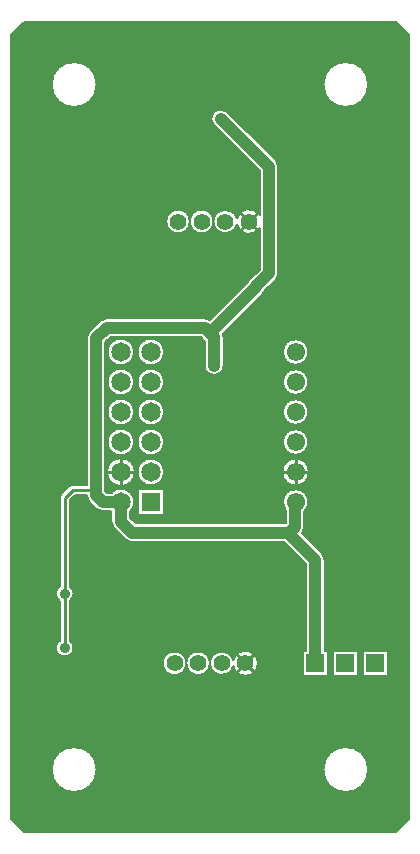
<source format=gbr>
G04 DesignSpark PCB PRO Gerber Version 10.0 Build 5299*
G04 #@! TF.Part,Single*
G04 #@! TF.FileFunction,Copper,L2,Bot*
G04 #@! TF.FilePolarity,Positive*
%FSLAX35Y35*%
%MOIN*%
G04 #@! TA.AperFunction,ComponentPad*
%ADD114R,0.06000X0.06000*%
%ADD21R,0.06496X0.06496*%
G04 #@! TD.AperFunction*
%ADD18C,0.00787*%
%ADD75C,0.00984*%
%ADD19C,0.01000*%
G04 #@! TA.AperFunction,ViaPad*
%ADD70C,0.03543*%
G04 #@! TD.AperFunction*
%ADD76C,0.03937*%
G04 #@! TA.AperFunction,ComponentPad*
%ADD110C,0.05512*%
%ADD20C,0.06102*%
%ADD22C,0.06496*%
G04 #@! TD.AperFunction*
X0Y0D02*
D02*
D18*
X6974Y268984D02*
Y7394D01*
X11331Y3037D01*
X135126D01*
X139482Y7394D01*
Y268984D01*
X135126Y273341D01*
X11331D01*
X6974Y268984D01*
X20472Y24016D02*
G75*
G02*
X35433I7480J0D01*
G01*
G75*
G02*
X20472I-7480J0D01*
G01*
Y252362D02*
G75*
G02*
X35433I7480J0D01*
G01*
G75*
G02*
X20472I-7480J0D01*
G01*
X111417Y63630D02*
X112449D01*
Y55268D01*
X104087D01*
Y63630D01*
X105118D01*
Y92593D01*
X97908Y99803D01*
X47244D01*
G75*
G02*
X45014Y100728I0J3150D01*
G01*
X41319Y104424D01*
G75*
G02*
X40394Y106654I2224J2230D01*
G01*
Y110039D01*
X37603D01*
G75*
G02*
X35371Y110962I-4J3150D01*
G01*
X33009Y113324D01*
G75*
G02*
X32087Y115551I2227J2227D01*
G01*
G75*
G02*
Y115552I1327J1D01*
G01*
G75*
G02*
Y115556I1195J2D01*
G01*
Y115650D01*
X28252D01*
X26476Y113874D01*
Y85110D01*
G75*
G02*
Y80244I-1673J-2433D01*
G01*
Y67000D01*
G75*
G02*
X27756Y64567I-1673J-2433D01*
G01*
G75*
G02*
X21850I-2953J0D01*
G01*
G75*
G02*
X23130Y67000I2953J0D01*
G01*
Y80244D01*
G75*
G02*
Y85110I1673J2433D01*
G01*
Y114563D01*
G75*
G02*
Y114566I793J2D01*
G01*
G75*
G02*
Y114567I683J0D01*
G01*
G75*
G02*
X23620Y115750I1673J0D01*
G01*
X26376Y118506D01*
G75*
G02*
X27563Y118996I1183J-1183D01*
G01*
X32087D01*
Y167712D01*
G75*
G02*
Y167715I1211J2D01*
G01*
G75*
G02*
Y167717I1410J1D01*
G01*
G75*
G02*
X33009Y169944I3150J0D01*
G01*
X36552Y173487D01*
G75*
G02*
X38784Y174409I2227J-2227D01*
G01*
X71452D01*
G75*
G02*
X73181Y173895I4J-3149D01*
G01*
X85799Y186513D01*
G75*
G02*
X86356Y187267I2783J-1474D01*
G01*
X89764Y190675D01*
Y204533D01*
G75*
G02*
X82174Y205772I-3543J2160D01*
G01*
G75*
G02*
X74409Y206693I-3828J921D01*
G01*
G75*
G02*
X82174Y207614I3937J0D01*
G01*
G75*
G02*
X89764Y208853I4046J-921D01*
G01*
Y223498D01*
X74544Y238718D01*
G75*
G02*
X78999Y243172I2227J2227D01*
G01*
X95138Y227033D01*
G75*
G02*
X96063Y224803I-2224J-2230D01*
G01*
Y189370D01*
G75*
G02*
X95138Y187140I-3150J0D01*
G01*
X91366Y183369D01*
G75*
G02*
X90810Y182615I-2783J1474D01*
G01*
X77514Y169320D01*
G75*
G02*
X77756Y168110I-2908J-1210D01*
G01*
Y158661D01*
G75*
G02*
X71457I-3150J0D01*
G01*
Y166806D01*
X71006Y167257D01*
G75*
G02*
X71001Y167261I2106J2321D01*
G01*
X70152Y168110D01*
X40084D01*
X38386Y166412D01*
Y116856D01*
X38903Y116339D01*
X40429D01*
G75*
G02*
X46693Y110075I3114J-3150D01*
G01*
Y107958D01*
X48549Y106102D01*
X98302D01*
X98425Y106226D01*
Y110598D01*
G75*
G02*
X97539Y113189I3346J2591D01*
G01*
G75*
G02*
X106004I4232J0D01*
G01*
G75*
G02*
X104724Y110157I-4232J0D01*
G01*
Y104921D01*
G75*
G02*
X103863Y102757I-3150J0D01*
G01*
X110492Y96128D01*
G75*
G02*
X111417Y93898I-2224J-2230D01*
G01*
Y63630D01*
X66535Y206693D02*
G75*
G02*
X74409I3937J0D01*
G01*
G75*
G02*
X66535I-3937J0D01*
G01*
X58661D02*
G75*
G02*
X66535I3937J0D01*
G01*
G75*
G02*
X58661I-3937J0D01*
G01*
X49114Y117618D02*
X57972D01*
Y108760D01*
X49114D01*
Y117618D01*
Y123189D02*
G75*
G02*
X57972I4429J0D01*
G01*
G75*
G02*
X49114I-4429J0D01*
G01*
Y133189D02*
G75*
G02*
X57972I4429J0D01*
G01*
G75*
G02*
X49114I-4429J0D01*
G01*
Y143189D02*
G75*
G02*
X57972I4429J0D01*
G01*
G75*
G02*
X49114I-4429J0D01*
G01*
Y153189D02*
G75*
G02*
X57972I4429J0D01*
G01*
G75*
G02*
X49114I-4429J0D01*
G01*
Y163189D02*
G75*
G02*
X57972I4429J0D01*
G01*
G75*
G02*
X49114I-4429J0D01*
G01*
X38902Y123189D02*
G75*
G02*
X48185I4642J0D01*
G01*
G75*
G02*
X38902I-4642J0D01*
G01*
X39114Y133189D02*
G75*
G02*
X47972I4429J0D01*
G01*
G75*
G02*
X39114I-4429J0D01*
G01*
Y143189D02*
G75*
G02*
X47972I4429J0D01*
G01*
G75*
G02*
X39114I-4429J0D01*
G01*
Y153189D02*
G75*
G02*
X47972I4429J0D01*
G01*
G75*
G02*
X39114I-4429J0D01*
G01*
Y163189D02*
G75*
G02*
X47972I4429J0D01*
G01*
G75*
G02*
X39114I-4429J0D01*
G01*
X111024Y24016D02*
G75*
G02*
X125984I7480J0D01*
G01*
G75*
G02*
X111024I-7480J0D01*
G01*
X57480Y59449D02*
G75*
G02*
X65354I3937J0D01*
G01*
G75*
G02*
X57480I-3937J0D01*
G01*
X65354D02*
G75*
G02*
X73228I3937J0D01*
G01*
G75*
G02*
X65354I-3937J0D01*
G01*
X80993Y60370D02*
G75*
G02*
X89189Y59449I4046J-921D01*
G01*
G75*
G02*
X80993Y58528I-4150J0D01*
G01*
G75*
G02*
X73228Y59449I-3828J921D01*
G01*
G75*
G02*
X80993Y60370I3937J0D01*
G01*
X97327Y123189D02*
G75*
G02*
X106217I4445J0D01*
G01*
G75*
G02*
X97327I-4445J0D01*
G01*
X97539Y133189D02*
G75*
G02*
X106004I4232J0D01*
G01*
G75*
G02*
X97539I-4232J0D01*
G01*
Y143189D02*
G75*
G02*
X106004I4232J0D01*
G01*
G75*
G02*
X97539I-4232J0D01*
G01*
Y153189D02*
G75*
G02*
X106004I4232J0D01*
G01*
G75*
G02*
X97539I-4232J0D01*
G01*
Y163189D02*
G75*
G02*
X106004I4232J0D01*
G01*
G75*
G02*
X97539I-4232J0D01*
G01*
X111024Y252362D02*
G75*
G02*
X125984I7480J0D01*
G01*
G75*
G02*
X111024I-7480J0D01*
G01*
X114087Y63630D02*
X122449D01*
Y55268D01*
X114087D01*
Y63630D01*
X124087D02*
X132449D01*
Y55268D01*
X124087D01*
Y63630D01*
X7368Y24016D02*
G36*
X7368Y24016D02*
Y7000D01*
X10937Y3431D01*
X135519D01*
X139089Y7000D01*
Y24016D01*
X125984D01*
G75*
G02*
X111024I-7480J0D01*
G01*
X35433D01*
G75*
G02*
X20472I-7480J0D01*
G01*
X7368D01*
G37*
Y59449D02*
G36*
X7368Y59449D02*
Y24016D01*
X20472D01*
G75*
G02*
X35433I7480J0D01*
G01*
X111024D01*
G75*
G02*
X125984I7480J0D01*
G01*
X139089D01*
Y59449D01*
X132449D01*
Y55268D01*
X124087D01*
Y59449D01*
X122449D01*
Y55268D01*
X114087D01*
Y59449D01*
X112449D01*
Y55268D01*
X104087D01*
Y59449D01*
X89189D01*
G75*
G02*
X80993Y58528I-4150J0D01*
G01*
G75*
G02*
X73228Y59449I-3828J921D01*
G01*
G75*
G02*
X65354I-3937J0D01*
G01*
G75*
G02*
X57480I-3937J0D01*
G01*
X7368D01*
G37*
Y113189D02*
G36*
X7368Y113189D02*
Y59449D01*
X57480D01*
G75*
G02*
X65354I3937J0D01*
G01*
G75*
G02*
X73228Y59449I3937J0D01*
G01*
G75*
G02*
X80993Y60370I3937J0D01*
G01*
G75*
G02*
X89189Y59449I4046J-921D01*
G01*
X104087D01*
Y63630D01*
X105118D01*
Y92593D01*
X97908Y99803D01*
X47244D01*
G75*
G02*
X45014Y100728I0J3151D01*
G01*
X41319Y104424D01*
G75*
G02*
X40394Y106654I2226J2230D01*
G01*
Y110039D01*
X37603D01*
G75*
G02*
X35371Y110962I-4J3152D01*
G01*
X33144Y113189D01*
X26476D01*
Y85110D01*
G75*
G02*
X27756Y82677I-1674J-2433D01*
G01*
G75*
G02*
X26476Y80244I-2953J0D01*
G01*
Y67000D01*
G75*
G02*
X27756Y64567I-1674J-2433D01*
G01*
G75*
G02*
X21850I-2953J0D01*
G01*
G75*
G02*
X23130Y67000I2953J0D01*
G01*
Y80244D01*
G75*
G02*
X21850Y82677I1674J2433D01*
G01*
G75*
G02*
X23130Y85110I2953J0D01*
G01*
Y113189D01*
X7368D01*
G37*
X46693Y110075D02*
G36*
X46693Y110075D02*
Y107958D01*
X48549Y106102D01*
X98302D01*
X98425Y106226D01*
Y110598D01*
G75*
G02*
X97539Y113189I3345J2591D01*
G01*
Y113189D01*
X57972D01*
Y108760D01*
X49114D01*
Y113189D01*
X47972D01*
G75*
G02*
X46693Y110075I-4430J0D01*
G01*
G37*
X104724Y110157D02*
G36*
X104724Y110157D02*
Y104921D01*
Y104921D01*
G75*
G02*
X103863Y102757I-3149J0D01*
G01*
X110492Y96128D01*
G75*
G02*
X111417Y93898I-2226J-2230D01*
G01*
Y63630D01*
X112449D01*
Y59449D01*
X114087D01*
Y63630D01*
X122449D01*
Y59449D01*
X124087D01*
Y63630D01*
X132449D01*
Y59449D01*
X139089D01*
Y113189D01*
X106004D01*
G75*
G02*
X104724Y110157I-4233J1D01*
G01*
G37*
X7368Y123189D02*
G36*
X7368Y123189D02*
Y113189D01*
X23130D01*
Y114563D01*
Y114566D01*
Y114567D01*
G75*
G02*
X23620Y115750I1676J-1D01*
G01*
X26376Y118506D01*
G75*
G02*
X27563Y118996I1183J-1184D01*
G01*
X32087D01*
Y123189D01*
X7368D01*
G37*
X26476Y113874D02*
G36*
X26476Y113874D02*
Y113189D01*
X33144D01*
X33009Y113324D01*
G75*
G02*
X32087Y115551I2227J2227D01*
G01*
Y115551D01*
Y115552D01*
Y115556D01*
Y115650D01*
X28252D01*
X26476Y113874D01*
G37*
X38386Y123189D02*
G36*
X38386Y123189D02*
Y116856D01*
X38903Y116339D01*
X40429D01*
G75*
G02*
X47972Y113189I3114J-3150D01*
G01*
X49114D01*
Y117618D01*
X57972D01*
Y113189D01*
X97539D01*
G75*
G02*
X106004I4232J0D01*
G01*
X139089D01*
Y123189D01*
X106217D01*
G75*
G02*
X97327I-4445J0D01*
G01*
X57972D01*
G75*
G02*
X49114I-4429J0D01*
G01*
X48185D01*
G75*
G02*
X38902I-4642J0D01*
G01*
X38386D01*
G37*
X7368Y133189D02*
G36*
X7368Y133189D02*
Y123189D01*
X32087D01*
Y133189D01*
X7368D01*
G37*
X38386D02*
G36*
X38386Y133189D02*
Y123189D01*
X38902D01*
G75*
G02*
X48185I4642J0D01*
G01*
X49114D01*
G75*
G02*
X57972I4429J0D01*
G01*
X97327D01*
G75*
G02*
X106217I4445J0D01*
G01*
X139089D01*
Y133189D01*
X106004D01*
G75*
G02*
X97539I-4232J0D01*
G01*
X57972D01*
G75*
G02*
X49114I-4429J0D01*
G01*
X47972D01*
G75*
G02*
X39114I-4429J0D01*
G01*
X38386D01*
G37*
X7368Y143189D02*
G36*
X7368Y143189D02*
Y133189D01*
X32087D01*
Y143189D01*
X7368D01*
G37*
X38386D02*
G36*
X38386Y143189D02*
Y133189D01*
X39114D01*
G75*
G02*
X47972I4429J0D01*
G01*
X49114D01*
G75*
G02*
X57972I4429J0D01*
G01*
X97539D01*
G75*
G02*
X106004I4232J0D01*
G01*
X139089D01*
Y143189D01*
X106004D01*
G75*
G02*
X97539I-4232J0D01*
G01*
X57972D01*
G75*
G02*
X49114I-4429J0D01*
G01*
X47972D01*
G75*
G02*
X39114I-4429J0D01*
G01*
X38386D01*
G37*
X7368Y149681D02*
G36*
X7368Y149681D02*
Y143189D01*
X32087D01*
Y149681D01*
X7368D01*
G37*
X38386D02*
G36*
X38386Y149681D02*
Y143189D01*
X39114D01*
G75*
G02*
X47972I4429J0D01*
G01*
X49114D01*
G75*
G02*
X57972I4429J0D01*
G01*
X97539D01*
G75*
G02*
X106004I4232J0D01*
G01*
X139089D01*
Y149681D01*
X104140D01*
G75*
G02*
X99404I-2368J3508D01*
G01*
X56247D01*
G75*
G02*
X50839I-2704J3508D01*
G01*
X46247D01*
G75*
G02*
X40839I-2704J3508D01*
G01*
X38386D01*
G37*
X7368Y163189D02*
G36*
X7368Y163189D02*
Y149681D01*
X32087D01*
Y163189D01*
X7368D01*
G37*
X38386D02*
G36*
X38386Y163189D02*
Y149681D01*
X40839D01*
G75*
G02*
X39114Y153189I2704J3508D01*
G01*
G75*
G02*
X47972I4429J0D01*
G01*
G75*
G02*
X46247Y149681I-4429J0D01*
G01*
X50839D01*
G75*
G02*
X49114Y153189I2704J3508D01*
G01*
G75*
G02*
X57972I4429J0D01*
G01*
G75*
G02*
X56247Y149681I-4429J0D01*
G01*
X99404D01*
G75*
G02*
X97539Y153189I2368J3508D01*
G01*
G75*
G02*
X106004I4232J0D01*
G01*
G75*
G02*
X104140Y149681I-4232J0D01*
G01*
X139089D01*
Y163189D01*
X106004D01*
G75*
G02*
X97539I-4232J0D01*
G01*
X77756D01*
Y158661D01*
G75*
G02*
X71457I-3150J0D01*
G01*
Y163189D01*
X57972D01*
G75*
G02*
X49114I-4429J0D01*
G01*
X47972D01*
G75*
G02*
X39114I-4429J0D01*
G01*
X38386D01*
G37*
X7368Y206693D02*
G36*
X7368Y206693D02*
Y163189D01*
X32087D01*
Y167712D01*
Y167715D01*
Y167717D01*
G75*
G02*
X33009Y169944I3151J0D01*
G01*
X36552Y173487D01*
G75*
G02*
X38784Y174409I2228J-2229D01*
G01*
X71452D01*
G75*
G02*
X73181Y173895I4J-3150D01*
G01*
X85799Y186513D01*
G75*
G02*
X86356Y187267I2788J-1478D01*
G01*
X89764Y190675D01*
Y204533D01*
G75*
G02*
X82174Y205772I-3543J2159D01*
G01*
G75*
G02*
X74409Y206693I-3828J921D01*
G01*
G75*
G02*
X66535I-3937J0D01*
G01*
G75*
G02*
X58661I-3937J0D01*
G01*
X7368D01*
G37*
X38386Y166412D02*
G36*
X38386Y166412D02*
Y163189D01*
X39114D01*
G75*
G02*
X47972I4429J0D01*
G01*
X49114D01*
G75*
G02*
X57972I4429J0D01*
G01*
X71457D01*
Y166806D01*
X71006Y167257D01*
G75*
G03*
X71001Y167261I-24J-22D01*
G01*
X70152Y168110D01*
X40084D01*
X38386Y166412D01*
G37*
X77756Y168110D02*
G36*
X77756Y168110D02*
Y163189D01*
X97539D01*
G75*
G02*
X106004I4232J0D01*
G01*
X139089D01*
Y206693D01*
X96063D01*
Y189370D01*
G75*
G02*
X95138Y187140I-3151J0D01*
G01*
X91366Y183369D01*
G75*
G02*
X90810Y182615I-2788J1478D01*
G01*
X77514Y169320D01*
G75*
G02*
X77756Y168110I-2906J-1210D01*
G01*
G37*
X7368Y252362D02*
G36*
X7368Y252362D02*
Y206693D01*
X58661D01*
G75*
G02*
X66535I3937J0D01*
G01*
G75*
G02*
X74409Y206693I3937J0D01*
G01*
G75*
G02*
X82174Y207614I3937J0D01*
G01*
G75*
G02*
X89764Y208853I4046J-920D01*
G01*
Y223498D01*
X74544Y238718D01*
G75*
G02*
X73622Y240945I2227J2227D01*
G01*
G75*
G02*
X78999Y243172I3150J0D01*
G01*
X95138Y227033D01*
G75*
G02*
X96063Y224803I-2226J-2230D01*
G01*
Y206693D01*
X139089D01*
Y252362D01*
X125984D01*
G75*
G02*
X111024I-7480J0D01*
G01*
X35433D01*
G75*
G02*
X20472I-7480J0D01*
G01*
X7368D01*
G37*
Y269378D02*
G36*
X7368Y269378D02*
Y252362D01*
X20472D01*
G75*
G02*
X35433I7480J0D01*
G01*
X111024D01*
G75*
G02*
X125984I7480J0D01*
G01*
X139089D01*
Y269378D01*
X135519Y272947D01*
X10937D01*
X7368Y269378D01*
G37*
D02*
D19*
X40795Y123189D02*
X38795D01*
X43543Y120441D02*
Y118441D01*
Y125937D02*
Y127937D01*
X46291Y123189D02*
X48291D01*
X83444Y57854D02*
X82030Y56439D01*
X83444Y61044D02*
X82030Y62458D01*
X84625Y205098D02*
X83211Y203683D01*
X84625Y208288D02*
X83211Y209702D01*
X86635Y57854D02*
X88049Y56439D01*
X86635Y61044D02*
X88049Y62458D01*
X87816Y205098D02*
X89230Y203683D01*
X87816Y208288D02*
X89230Y209702D01*
X99220Y123189D02*
X97220D01*
X101772Y120638D02*
Y118638D01*
Y125740D02*
Y127740D01*
X104323Y123189D02*
X106323D01*
D02*
D70*
X21654Y90551D03*
X24803Y64567D03*
Y82677D03*
X34252Y93701D03*
X37795Y59055D03*
X68504Y137008D03*
X72835Y79134D03*
X74606Y158661D03*
X76772Y240945D03*
X77165Y108661D03*
Y126378D03*
X81102Y170866D03*
X82283Y242913D03*
X88583Y185039D03*
X88976Y173425D03*
X96850Y59449D03*
X112598Y123228D03*
D02*
D20*
X101772Y113189D03*
Y123189D03*
Y133189D03*
Y143189D03*
Y153189D03*
Y163189D03*
D02*
D21*
X53543Y113189D03*
D02*
D22*
X43543D03*
Y123189D03*
Y133189D03*
Y143189D03*
Y153189D03*
Y163189D03*
X53543Y123189D03*
Y133189D03*
Y143189D03*
Y153189D03*
Y163189D03*
D02*
D75*
X24803Y82677D02*
Y64567D01*
Y82677D02*
Y114567D01*
X27559Y117323D01*
X34843D01*
X35236Y117717D01*
X88583Y185039D02*
Y184843D01*
D02*
D76*
X35236Y117717D02*
Y167717D01*
X38780Y171260D01*
X71457D01*
X73228Y169488D01*
X43543Y113189D02*
X37598D01*
X35236Y115551D01*
Y117717D01*
X43543Y113189D02*
Y106654D01*
X47244Y102953D01*
X99213D01*
X73228Y169488D02*
X74606Y168110D01*
Y158661D01*
X76772Y240945D02*
X92913Y224803D01*
Y189370D01*
X88583Y185039D01*
Y184843D02*
X73228Y169488D01*
X99213Y102953D02*
X99606D01*
X101575Y104921D01*
Y112992D01*
X101772Y113189D01*
X108268Y59449D02*
Y93898D01*
X99213Y102953D01*
D02*
D110*
X61417Y59449D03*
X62598Y206693D03*
X69291Y59449D03*
X70472Y206693D03*
X77165Y59449D03*
X78346Y206693D03*
X85039Y59449D03*
X86220Y206693D03*
D02*
D114*
X108268Y59449D03*
X118268D03*
X128268D03*
X0Y0D02*
M02*

</source>
